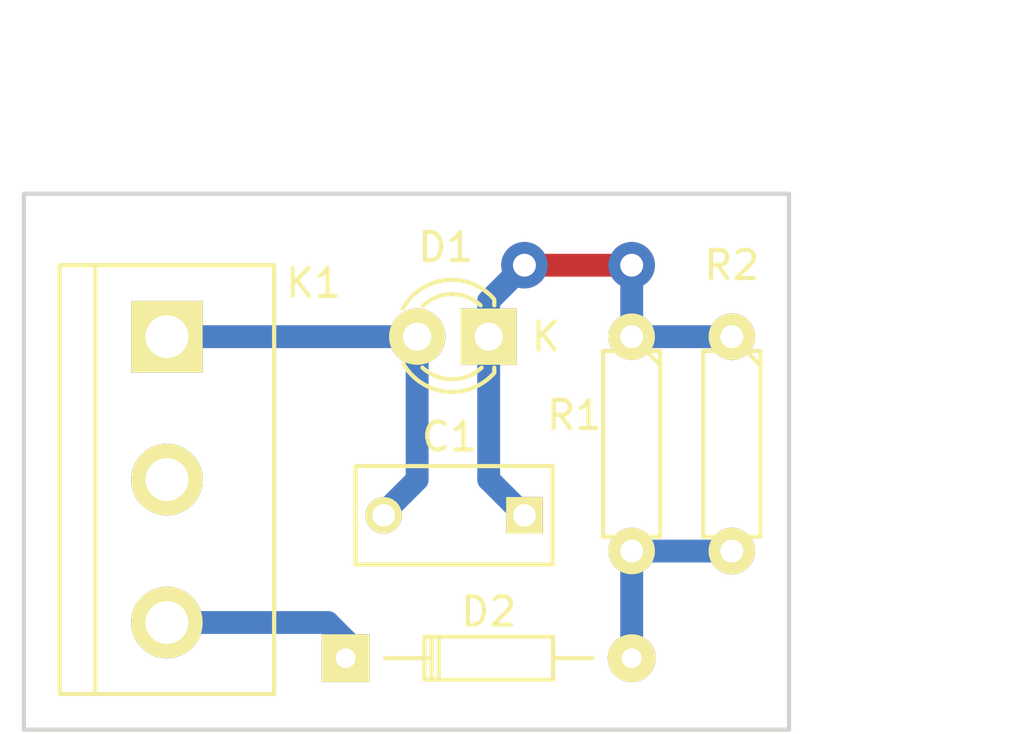
<source format=kicad_pcb>

(kicad_pcb
  (version 4)
  (host pcbnew 4.0.0-1rc2.201511201506+6189~38~ubuntu15.10.1-stable)
  (general
    (links 8)
    (no_connects 0)
    (area 134.163999 89.586999 161.492001 108.787001)
    (thickness 1.6)
    (drawings 7)
    (tracks 19)
    (zones 0)
    (modules 6)
    (nets 6))
  (page A4)
  (title_block
    (title "Practica KiCad - Ejercicio 1")
    (date 2015-11-30)
    (rev 1.0)
    (company Miguel))
  (layers
    (0 F.Cu signal)
    (31 B.Cu signal)
    (32 B.Adhes user)
    (33 F.Adhes user)
    (34 B.Paste user)
    (35 F.Paste user)
    (36 B.SilkS user)
    (37 F.SilkS user)
    (38 B.Mask user)
    (39 F.Mask user)
    (40 Dwgs.User user)
    (41 Cmts.User user)
    (42 Eco1.User user)
    (43 Eco2.User user)
    (44 Edge.Cuts user)
    (45 Margin user)
    (46 B.CrtYd user)
    (47 F.CrtYd user)
    (48 B.Fab user)
    (49 F.Fab user))
  (setup
    (last_trace_width 0.8128)
    (trace_clearance 0.8128)
    (zone_clearance 0.508)
    (zone_45_only no)
    (trace_min 0.2)
    (segment_width 0.2)
    (edge_width 0.15)
    (via_size 1.651)
    (via_drill 0.8128)
    (via_min_size 0.4)
    (via_min_drill 0.3)
    (uvia_size 0.3)
    (uvia_drill 0.1)
    (uvias_allowed no)
    (uvia_min_size 0)
    (uvia_min_drill 0)
    (pcb_text_width 0.3)
    (pcb_text_size 1.5 1.5)
    (mod_edge_width 0.15)
    (mod_text_size 1 1)
    (mod_text_width 0.15)
    (pad_size 1.524 1.524)
    (pad_drill 0.762)
    (pad_to_mask_clearance 0.2)
    (aux_axis_origin 0 0)
    (visible_elements FFFEFF7F)
    (pcbplotparams
      (layerselection 0x01020_80000001)
      (usegerberextensions false)
      (excludeedgelayer true)
      (linewidth 0.1)
      (plotframeref false)
      (viasonmask false)
      (mode 1)
      (useauxorigin false)
      (hpglpennumber 1)
      (hpglpenspeed 20)
      (hpglpendiameter 15)
      (hpglpenoverlay 2)
      (psnegative false)
      (psa4output false)
      (plotreference true)
      (plotvalue true)
      (plotinvisibletext false)
      (padsonsilk false)
      (subtractmaskfromsilk false)
      (outputformat 1)
      (mirror false)
      (drillshape 0)
      (scaleselection 1)
      (outputdirectory gerbers)))
  (net 0 "")
  (net 1 "Net-(C1-Pad1)")
  (net 2 "Net-(C1-Pad2)")
  (net 3 "Net-(D2-Pad2)")
  (net 4 "Net-(D2-Pad1)")
  (net 5 "Net-(K1-Pad2)")
  (net_class Default "Este es el tipo de red por defecto."
    (clearance 0.8128)
    (trace_width 0.8128)
    (via_dia 1.651)
    (via_drill 0.8128)
    (uvia_dia 0.3)
    (uvia_drill 0.1)
    (add_net "Net-(C1-Pad1)")
    (add_net "Net-(C1-Pad2)")
    (add_net "Net-(D2-Pad1)")
    (add_net "Net-(D2-Pad2)")
    (add_net "Net-(K1-Pad2)"))
  (module ej1:C_Rect_L7_W3.5_P5
    (layer F.Cu)
    (tedit 565CA745)
    (tstamp 565C69B7)
    (at 152.019 101.092 180)
    (descr "Film Capacitor Length 7mm x Width 3.5mm, Pitch 5mm")
    (tags Capacitor)
    (path /565C5FD6)
    (fp_text reference C1
      (at 2.667 2.794 180)
      (layer F.SilkS)
      (effects
        (font
          (size 1 1)
          (thickness 0.15))))
    (fp_text value "100 nf"
      (at 2.5 3 180)
      (layer F.Fab)
      (effects
        (font
          (size 1 1)
          (thickness 0.15))))
    (fp_line
      (start -1.25 -2)
      (end 6.25 -2)
      (layer F.CrtYd)
      (width 0.05))
    (fp_line
      (start 6.25 -2)
      (end 6.25 2)
      (layer F.CrtYd)
      (width 0.05))
    (fp_line
      (start 6.25 2)
      (end -1.25 2)
      (layer F.CrtYd)
      (width 0.05))
    (fp_line
      (start -1.25 2)
      (end -1.25 -2)
      (layer F.CrtYd)
      (width 0.05))
    (fp_line
      (start -1 -1.75)
      (end 6 -1.75)
      (layer F.SilkS)
      (width 0.15))
    (fp_line
      (start 6 -1.75)
      (end 6 1.75)
      (layer F.SilkS)
      (width 0.15))
    (fp_line
      (start 6 1.75)
      (end -1 1.75)
      (layer F.SilkS)
      (width 0.15))
    (fp_line
      (start -1 1.75)
      (end -1 -1.75)
      (layer F.SilkS)
      (width 0.15))
    (pad 1 thru_hole rect
      (at 0 0 180)
      (size 1.3 1.3)
      (drill 0.8)
      (layers *.Cu *.Mask F.SilkS)
      (net 1 "Net-(C1-Pad1)"))
    (pad 2 thru_hole circle
      (at 5 0 180)
      (size 1.3 1.3)
      (drill 0.8)
      (layers *.Cu *.Mask F.SilkS)
      (net 2 "Net-(C1-Pad2)"))
    (model ../../../../../home/miguel/Documentos/mainenti_miguel/ej1.3dshapes/cnp_6mm_disc.wrl
      (at
        (xyz 0.1 0 0))
      (scale
        (xyz 1 1 1))
      (rotate
        (xyz 0 0 0))))
  (module ej1:LED-3MM
    (layer F.Cu)
    (tedit 565CA78A)
    (tstamp 565C69BD)
    (at 150.749 94.742 180)
    (descr "LED 3mm round vertical")
    (tags "LED  3mm round vertical")
    (path /565C60E7)
    (fp_text reference D1
      (at 1.524 3.175 180)
      (layer F.SilkS)
      (effects
        (font
          (size 1 1)
          (thickness 0.15))))
    (fp_text value "LED ROJO"
      (at 1.3 -2.9 180)
      (layer F.Fab)
      (effects
        (font
          (size 1 1)
          (thickness 0.15))))
    (fp_text user K
      (at -2.032 0 180)
      (layer F.SilkS)
      (effects
        (font
          (size 1 1)
          (thickness 0.15))))
    (fp_line
      (start -1.2 2.3)
      (end 3.8 2.3)
      (layer F.CrtYd)
      (width 0.05))
    (fp_line
      (start 3.8 2.3)
      (end 3.8 -2.2)
      (layer F.CrtYd)
      (width 0.05))
    (fp_line
      (start 3.8 -2.2)
      (end -1.2 -2.2)
      (layer F.CrtYd)
      (width 0.05))
    (fp_line
      (start -1.2 -2.2)
      (end -1.2 2.3)
      (layer F.CrtYd)
      (width 0.05))
    (fp_line
      (start -0.199 1.314)
      (end -0.199 1.114)
      (layer F.SilkS)
      (width 0.15))
    (fp_line
      (start -0.199 -1.28)
      (end -0.199 -1.1)
      (layer F.SilkS)
      (width 0.15))
    (fp_arc
      (start 1.301 0.034)
      (end -0.199 -1.286)
      (angle 108.5)
      (layer F.SilkS)
      (width 0.15))
    (fp_arc
      (start 1.301 0.034)
      (end 0.25 -1.1)
      (angle 85.7)
      (layer F.SilkS)
      (width 0.15))
    (fp_arc
      (start 1.311 0.034)
      (end 3.051 0.994)
      (angle 110)
      (layer F.SilkS)
      (width 0.15))
    (fp_arc
      (start 1.301 0.034)
      (end 2.335 1.094)
      (angle 87.5)
      (layer F.SilkS)
      (width 0.15))
    (pad 1 thru_hole rect
      (at 0 0 270)
      (size 2 2)
      (drill 1.00076)
      (layers *.Cu *.Mask F.SilkS)
      (net 1 "Net-(C1-Pad1)"))
    (pad 2 thru_hole circle
      (at 2.54 0 180)
      (size 2 2)
      (drill 1.00076)
      (layers *.Cu *.Mask F.SilkS)
      (net 2 "Net-(C1-Pad2)"))
    (model ../../../../../home/miguel/Documentos/mainenti_miguel/ej1.3dshapes/LED-3MM.wrl
      (at
        (xyz 0.05 0 0))
      (scale
        (xyz 1 1 1))
      (rotate
        (xyz 0 0 90))))
  (module ej1:Diode_DO-35_SOD27_Horizontal_RM10
    (layer F.Cu)
    (tedit 565CA75C)
    (tstamp 565C69C3)
    (at 145.669 106.172)
    (descr "Diode, DO-35,  SOD27, Horizontal, RM 10mm")
    (tags "Diode, DO-35, SOD27, Horizontal, RM 10mm, 1N4148,")
    (path /565C6290)
    (fp_text reference D2
      (at 5.08 -1.651 180)
      (layer F.SilkS)
      (effects
        (font
          (size 1 1)
          (thickness 0.15))))
    (fp_text value 1N4148
      (at 4.41452 -3.55854)
      (layer F.Fab)
      (effects
        (font
          (size 1 1)
          (thickness 0.15))))
    (fp_line
      (start 7.36652 -0.00254)
      (end 8.76352 -0.00254)
      (layer F.SilkS)
      (width 0.15))
    (fp_line
      (start 2.92152 -0.00254)
      (end 1.39752 -0.00254)
      (layer F.SilkS)
      (width 0.15))
    (fp_line
      (start 3.30252 -0.76454)
      (end 3.30252 0.75946)
      (layer F.SilkS)
      (width 0.15))
    (fp_line
      (start 3.04852 -0.76454)
      (end 3.04852 0.75946)
      (layer F.SilkS)
      (width 0.15))
    (fp_line
      (start 2.79452 -0.00254)
      (end 2.79452 0.75946)
      (layer F.SilkS)
      (width 0.15))
    (fp_line
      (start 2.79452 0.75946)
      (end 7.36652 0.75946)
      (layer F.SilkS)
      (width 0.15))
    (fp_line
      (start 7.36652 0.75946)
      (end 7.36652 -0.76454)
      (layer F.SilkS)
      (width 0.15))
    (fp_line
      (start 7.36652 -0.76454)
      (end 2.79452 -0.76454)
      (layer F.SilkS)
      (width 0.15))
    (fp_line
      (start 2.79452 -0.76454)
      (end 2.79452 -0.00254)
      (layer F.SilkS)
      (width 0.15))
    (pad 2 thru_hole circle
      (at 10.16052 -0.00254 180)
      (size 1.69926 1.69926)
      (drill 0.70104)
      (layers *.Cu *.Mask F.SilkS)
      (net 3 "Net-(D2-Pad2)"))
    (pad 1 thru_hole rect
      (at 0.00052 -0.00254 180)
      (size 1.69926 1.69926)
      (drill 0.70104)
      (layers *.Cu *.Mask F.SilkS)
      (net 4 "Net-(D2-Pad1)"))
    (model ../../../../../home/miguel/Documentos/mainenti_miguel/ej1.3dshapes/Diode_DO-35_SOD27_Horizontal_RM10.wrl
      (at
        (xyz 0.2 0 0))
      (scale
        (xyz 0.4 0.4 0.4))
      (rotate
        (xyz 0 0 180))))
  (module ej1:bornier3
    (layer F.Cu)
    (tedit 565CA73D)
    (tstamp 565C69CA)
    (at 139.319 99.822 270)
    (descr "Bornier d'alimentation 3 pins")
    (tags DEV)
    (path /565C5BF0)
    (fp_text reference K1
      (at -6.985 -5.207 540)
      (layer F.SilkS)
      (effects
        (font
          (size 1 1)
          (thickness 0.15))))
    (fp_text value CONN_3
      (at 0 5.08 270)
      (layer F.Fab)
      (effects
        (font
          (size 1 1)
          (thickness 0.15))))
    (fp_line
      (start -7.62 3.81)
      (end -7.62 -3.81)
      (layer F.SilkS)
      (width 0.15))
    (fp_line
      (start 7.62 3.81)
      (end 7.62 -3.81)
      (layer F.SilkS)
      (width 0.15))
    (fp_line
      (start -7.62 2.54)
      (end 7.62 2.54)
      (layer F.SilkS)
      (width 0.15))
    (fp_line
      (start -7.62 -3.81)
      (end 7.62 -3.81)
      (layer F.SilkS)
      (width 0.15))
    (fp_line
      (start -7.62 3.81)
      (end 7.62 3.81)
      (layer F.SilkS)
      (width 0.15))
    (pad 1 thru_hole rect
      (at -5.08 0 270)
      (size 2.54 2.54)
      (drill 1.524)
      (layers *.Cu *.Mask F.SilkS)
      (net 2 "Net-(C1-Pad2)"))
    (pad 2 thru_hole circle
      (at 0 0 270)
      (size 2.54 2.54)
      (drill 1.524)
      (layers *.Cu *.Mask F.SilkS)
      (net 5 "Net-(K1-Pad2)"))
    (pad 3 thru_hole circle
      (at 5.08 0 270)
      (size 2.54 2.54)
      (drill 1.524)
      (layers *.Cu *.Mask F.SilkS)
      (net 4 "Net-(D2-Pad1)"))
    (model ../../../../../home/miguel/Documentos/mainenti_miguel/ej1.3dshapes/bornier3.wrl
      (at
        (xyz 0 0 0))
      (scale
        (xyz 1 1 1))
      (rotate
        (xyz 0 0 0))))
  (module ej1:R3-LARGE_PADS
    (layer F.Cu)
    (tedit 565CA754)
    (tstamp 565C69D0)
    (at 155.829 98.552 270)
    (descr "Resitance 3 pas")
    (tags R)
    (path /565C6189)
    (fp_text reference R1
      (at -1.016 2.032 540)
      (layer F.SilkS)
      (effects
        (font
          (size 1 1)
          (thickness 0.15))))
    (fp_text value 100K
      (at 0 0 270)
      (layer F.Fab)
      (effects
        (font
          (size 1 1)
          (thickness 0.15))))
    (fp_line
      (start -3.81 0)
      (end -3.302 0)
      (layer F.SilkS)
      (width 0.15))
    (fp_line
      (start 3.81 0)
      (end 3.302 0)
      (layer F.SilkS)
      (width 0.15))
    (fp_line
      (start 3.302 0)
      (end 3.302 -1.016)
      (layer F.SilkS)
      (width 0.15))
    (fp_line
      (start 3.302 -1.016)
      (end -3.302 -1.016)
      (layer F.SilkS)
      (width 0.15))
    (fp_line
      (start -3.302 -1.016)
      (end -3.302 1.016)
      (layer F.SilkS)
      (width 0.15))
    (fp_line
      (start -3.302 1.016)
      (end 3.302 1.016)
      (layer F.SilkS)
      (width 0.15))
    (fp_line
      (start 3.302 1.016)
      (end 3.302 0)
      (layer F.SilkS)
      (width 0.15))
    (fp_line
      (start -3.302 -0.508)
      (end -2.794 -1.016)
      (layer F.SilkS)
      (width 0.15))
    (pad 1 thru_hole circle
      (at -3.81 0 270)
      (size 1.651 1.651)
      (drill 0.8128)
      (layers *.Cu *.Mask F.SilkS)
      (net 1 "Net-(C1-Pad1)"))
    (pad 2 thru_hole circle
      (at 3.81 0 270)
      (size 1.651 1.651)
      (drill 0.8128)
      (layers *.Cu *.Mask F.SilkS)
      (net 3 "Net-(D2-Pad2)"))
    (model ../../../../../home/miguel/Documentos/mainenti_miguel/ej1.3dshapes/R3-LARGE_PADS.wrl
      (at
        (xyz 0 0 0))
      (scale
        (xyz 0.3 0.3 0.3))
      (rotate
        (xyz 0 0 0))))
  (module ej1:R3-LARGE_PADS
    (layer F.Cu)
    (tedit 565CABDE)
    (tstamp 565CAAD9)
    (at 159.385 98.552 270)
    (descr "Resitance 3 pas")
    (tags R)
    (path /565CA8D1)
    (fp_text reference R2
      (at -6.35 0 540)
      (layer F.SilkS)
      (effects
        (font
          (size 1 1)
          (thickness 0.15))))
    (fp_text value 100K
      (at 0 0 270)
      (layer F.Fab)
      (effects
        (font
          (size 1 1)
          (thickness 0.15))))
    (fp_line
      (start -3.81 0)
      (end -3.302 0)
      (layer F.SilkS)
      (width 0.15))
    (fp_line
      (start 3.81 0)
      (end 3.302 0)
      (layer F.SilkS)
      (width 0.15))
    (fp_line
      (start 3.302 0)
      (end 3.302 -1.016)
      (layer F.SilkS)
      (width 0.15))
    (fp_line
      (start 3.302 -1.016)
      (end -3.302 -1.016)
      (layer F.SilkS)
      (width 0.15))
    (fp_line
      (start -3.302 -1.016)
      (end -3.302 1.016)
      (layer F.SilkS)
      (width 0.15))
    (fp_line
      (start -3.302 1.016)
      (end 3.302 1.016)
      (layer F.SilkS)
      (width 0.15))
    (fp_line
      (start 3.302 1.016)
      (end 3.302 0)
      (layer F.SilkS)
      (width 0.15))
    (fp_line
      (start -3.302 -0.508)
      (end -2.794 -1.016)
      (layer F.SilkS)
      (width 0.15))
    (pad 1 thru_hole circle
      (at -3.81 0 270)
      (size 1.651 1.651)
      (drill 0.8128)
      (layers *.Cu *.Mask F.SilkS)
      (net 1 "Net-(C1-Pad1)"))
    (pad 2 thru_hole circle
      (at 3.81 0 270)
      (size 1.651 1.651)
      (drill 0.8128)
      (layers *.Cu *.Mask F.SilkS)
      (net 3 "Net-(D2-Pad2)"))
    (model ../../../../../home/miguel/Documentos/mainenti_miguel/ej1.3dshapes/R3-LARGE_PADS.wrl
      (at
        (xyz 0 0 0))
      (scale
        (xyz 0.3 0.3 0.3))
      (rotate
        (xyz 0 0 0))))
  (dimension 19.05
    (width 0.3)
    (layer Dwgs.User)
    (gr_text 19,050mm
      (at 167.085 99.187 270)
      (layer Dwgs.User)
      (effects
        (font
          (size 1.5 1.5)
          (thickness 0.3))))
    (feature1
      (pts
        (xy 161.417 108.712)
        (xy 168.435 108.712)))
    (feature2
      (pts
        (xy 161.417 89.662)
        (xy 168.435 89.662)))
    (crossbar
      (pts
        (xy 165.735 89.662)
        (xy 165.735 108.712)))
    (arrow1a
      (pts
        (xy 165.735 108.712)
        (xy 165.148579 107.585496)))
    (arrow1b
      (pts
        (xy 165.735 108.712)
        (xy 166.321421 107.585496)))
    (arrow2a
      (pts
        (xy 165.735 89.662)
        (xy 165.148579 90.788504)))
    (arrow2b
      (pts
        (xy 165.735 89.662)
        (xy 166.321421 90.788504))))
  (dimension 27.178
    (width 0.3)
    (layer Dwgs.User)
    (gr_text 27,178mm
      (at 147.828 84.629)
      (layer Dwgs.User)
      (effects
        (font
          (size 1.5 1.5)
          (thickness 0.3))))
    (feature1
      (pts
        (xy 161.417 89.662)
        (xy 161.417 83.279)))
    (feature2
      (pts
        (xy 134.239 89.662)
        (xy 134.239 83.279)))
    (crossbar
      (pts
        (xy 134.239 85.979)
        (xy 161.417 85.979)))
    (arrow1a
      (pts
        (xy 161.417 85.979)
        (xy 160.290496 86.565421)))
    (arrow1b
      (pts
        (xy 161.417 85.979)
        (xy 160.290496 85.392579)))
    (arrow2a
      (pts
        (xy 134.239 85.979)
        (xy 135.365504 86.565421)))
    (arrow2b
      (pts
        (xy 134.239 85.979)
        (xy 135.365504 85.392579))))
  (gr_line
    (start 158.369 108.712)
    (end 161.417 108.712)
    (angle 90)
    (layer Edge.Cuts)
    (width 0.15))
  (gr_line
    (start 161.417 89.662)
    (end 161.417 108.712)
    (angle 90)
    (layer Edge.Cuts)
    (width 0.15))
  (gr_line
    (start 134.239 89.662)
    (end 161.417 89.662)
    (angle 90)
    (layer Edge.Cuts)
    (width 0.15))
  (gr_line
    (start 134.239 108.712)
    (end 134.239 89.662)
    (angle 90)
    (layer Edge.Cuts)
    (width 0.15))
  (gr_line
    (start 158.369 108.712)
    (end 134.239 108.712)
    (angle 90)
    (layer Edge.Cuts)
    (width 0.15))
  (segment
    (start 155.829 94.742)
    (end 159.385 94.742)
    (width 0.8128)
    (layer B.Cu)
    (net 1)
    (status C00000))
  (segment
    (start 150.749 94.742)
    (end 150.749 93.472)
    (width 0.8128)
    (layer B.Cu)
    (net 1))
  (segment
    (start 155.829 92.202)
    (end 155.829 94.742)
    (width 0.8128)
    (layer B.Cu)
    (net 1)
    (tstamp 565C6E69))
  (segment
    (start 152.019 92.202)
    (end 155.829 92.202)
    (width 0.8128)
    (layer F.Cu)
    (net 1)
    (tstamp 565C6E64))
  (segment
    (start 150.749 93.472)
    (end 152.019 92.202)
    (width 0.8128)
    (layer B.Cu)
    (net 1)
    (tstamp 565C6E5A))
  (segment
    (start 150.749 94.742)
    (end 150.749 99.822)
    (width 0.8128)
    (layer B.Cu)
    (net 1))
  (segment
    (start 150.749 99.822)
    (end 152.019 101.092)
    (width 0.8128)
    (layer B.Cu)
    (net 1)
    (tstamp 565C6DF1))
  (segment
    (start 139.319 94.742)
    (end 148.209 94.742)
    (width 0.8128)
    (layer B.Cu)
    (net 2))
  (segment
    (start 148.209 94.742)
    (end 148.209 99.822)
    (width 0.8128)
    (layer B.Cu)
    (net 2)
    (tstamp 565C6DD6))
  (segment
    (start 148.209 99.822)
    (end 147.019 101.012)
    (width 0.8128)
    (layer B.Cu)
    (net 2)
    (tstamp 565C6DD7))
  (segment
    (start 147.019 101.012)
    (end 147.019 101.092)
    (width 0.8128)
    (layer B.Cu)
    (net 2)
    (tstamp 565C6DD9))
  (segment
    (start 155.829 102.362)
    (end 159.385 102.362)
    (width 0.8128)
    (layer B.Cu)
    (net 3)
    (status C00000))
  (segment
    (start 155.829 102.362)
    (end 155.829 106.16894)
    (width 0.8128)
    (layer B.Cu)
    (net 3))
  (segment
    (start 155.829 106.16894)
    (end 155.82952 106.16946)
    (width 0.8128)
    (layer B.Cu)
    (net 3)
    (tstamp 565C6E70))
  (segment
    (start 145.66952 106.16946)
    (end 145.66952 105.53752)
    (width 0.8128)
    (layer B.Cu)
    (net 4))
  (segment
    (start 145.66952 105.53752)
    (end 145.034 104.902)
    (width 0.8128)
    (layer B.Cu)
    (net 4)
    (tstamp 565C6E79))
  (segment
    (start 145.034 104.902)
    (end 139.319 104.902)
    (width 0.8128)
    (layer B.Cu)
    (net 4)
    (tstamp 565C6E7F))
  (via
    (at 155.829 92.202)
    (size 1.651)
    (drill 0.8128)
    (layers F.Cu B.Cu)
    (net 1))
  (via
    (at 152.019 92.202)
    (size 1.651)
    (drill 0.8128)
    (layers F.Cu B.Cu)
    (net 1)))
</source>
